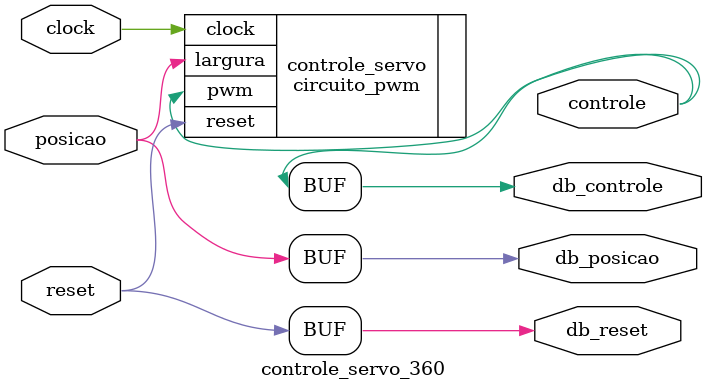
<source format=v>
module controle_servo_360 (
    input wire clock,
    input wire reset,
    input wire posicao,
    output wire controle,
    output wire db_reset,
    output wire db_posicao,
    output wire db_controle
);

      circuito_pwm #(           
        .conf_periodo (1000000),   // 20ms = 20ms / 20ns = 1000000 
        .largura_0    (75000  ),   // parado
        .largura_1    (100000  )    // gira
      ) controle_servo (
        .clock   (clock   ),
        .reset   (reset   ),
        .largura (posicao ),
        .pwm     (controle)
    );

    assign db_reset = reset;
    assign db_posicao = posicao;
    assign db_controle = controle;

endmodule

</source>
